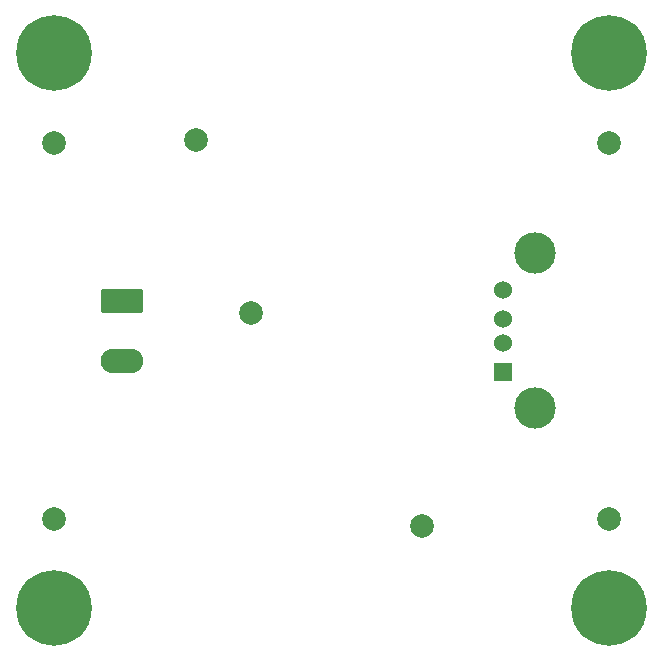
<source format=gbs>
%TF.GenerationSoftware,KiCad,Pcbnew,(6.0.5)*%
%TF.CreationDate,2025-05-25T15:44:49+02:00*%
%TF.ProjectId,HT1015A_Dev,48543130-3135-4415-9f44-65762e6b6963,rev?*%
%TF.SameCoordinates,Original*%
%TF.FileFunction,Soldermask,Bot*%
%TF.FilePolarity,Negative*%
%FSLAX46Y46*%
G04 Gerber Fmt 4.6, Leading zero omitted, Abs format (unit mm)*
G04 Created by KiCad (PCBNEW (6.0.5)) date 2025-05-25 15:44:49*
%MOMM*%
%LPD*%
G01*
G04 APERTURE LIST*
G04 Aperture macros list*
%AMRoundRect*
0 Rectangle with rounded corners*
0 $1 Rounding radius*
0 $2 $3 $4 $5 $6 $7 $8 $9 X,Y pos of 4 corners*
0 Add a 4 corners polygon primitive as box body*
4,1,4,$2,$3,$4,$5,$6,$7,$8,$9,$2,$3,0*
0 Add four circle primitives for the rounded corners*
1,1,$1+$1,$2,$3*
1,1,$1+$1,$4,$5*
1,1,$1+$1,$6,$7*
1,1,$1+$1,$8,$9*
0 Add four rect primitives between the rounded corners*
20,1,$1+$1,$2,$3,$4,$5,0*
20,1,$1+$1,$4,$5,$6,$7,0*
20,1,$1+$1,$6,$7,$8,$9,0*
20,1,$1+$1,$8,$9,$2,$3,0*%
G04 Aperture macros list end*
%ADD10C,2.000000*%
%ADD11C,6.400000*%
%ADD12R,1.524000X1.524000*%
%ADD13C,1.524000*%
%ADD14C,3.500000*%
%ADD15RoundRect,0.249999X-1.550001X0.790001X-1.550001X-0.790001X1.550001X-0.790001X1.550001X0.790001X0*%
%ADD16O,3.600000X2.080000*%
G04 APERTURE END LIST*
D10*
%TO.C,TP2*%
X125000000Y-74600000D03*
%TD*%
%TO.C,TP1*%
X137100000Y-74300000D03*
%TD*%
%TO.C,TP5*%
X125000000Y-106400000D03*
%TD*%
D11*
%TO.C,H1*%
X125000000Y-67000000D03*
%TD*%
%TO.C,H3*%
X125000000Y-114000000D03*
%TD*%
D10*
%TO.C,TP4*%
X141750000Y-88950000D03*
%TD*%
%TO.C,TP3*%
X172000000Y-74600000D03*
%TD*%
D12*
%TO.C,J2*%
X163030000Y-94000000D03*
D13*
X163030000Y-91500000D03*
X163030000Y-89500000D03*
X163030000Y-87000000D03*
D14*
X165740000Y-97070000D03*
X165740000Y-83930000D03*
%TD*%
D10*
%TO.C,TP7*%
X156200000Y-107000000D03*
%TD*%
D11*
%TO.C,H4*%
X172000000Y-114000000D03*
%TD*%
%TO.C,H2*%
X172000000Y-67000000D03*
%TD*%
D15*
%TO.C,J1*%
X130780000Y-87960000D03*
D16*
X130780000Y-93040000D03*
%TD*%
D10*
%TO.C,TP6*%
X172000000Y-106400000D03*
%TD*%
M02*

</source>
